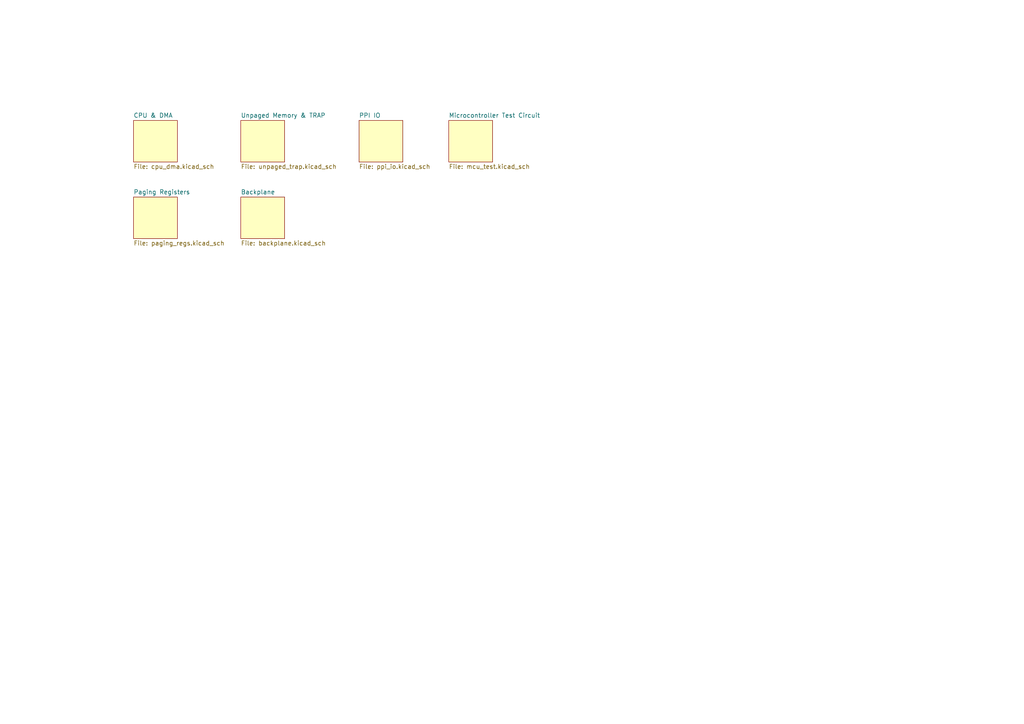
<source format=kicad_sch>
(kicad_sch
	(version 20231120)
	(generator "eeschema")
	(generator_version "8.0")
	(uuid "ea74177a-03b4-4df4-95ae-ae5d61045733")
	(paper "A4")
	(lib_symbols)
	(sheet
		(at 104.14 34.925)
		(size 12.7 12.065)
		(fields_autoplaced yes)
		(stroke
			(width 0.1524)
			(type solid)
		)
		(fill
			(color 255 255 194 1.0000)
		)
		(uuid "03da03d0-5450-4b8f-971c-a6019ed12330")
		(property "Sheetname" "PPI IO"
			(at 104.14 34.2134 0)
			(effects
				(font
					(size 1.27 1.27)
				)
				(justify left bottom)
			)
		)
		(property "Sheetfile" "ppi_io.kicad_sch"
			(at 104.14 47.5746 0)
			(effects
				(font
					(size 1.27 1.27)
				)
				(justify left top)
			)
		)
		(instances
			(project "Bits Passats - Mini 23"
				(path "/ea74177a-03b4-4df4-95ae-ae5d61045733"
					(page "4")
				)
			)
		)
	)
	(sheet
		(at 38.735 34.925)
		(size 12.7 12.065)
		(fields_autoplaced yes)
		(stroke
			(width 0.1524)
			(type solid)
		)
		(fill
			(color 255 255 194 1.0000)
		)
		(uuid "3c46ed81-78ba-4107-ba38-24c6b993ea17")
		(property "Sheetname" "CPU & DMA"
			(at 38.735 34.2134 0)
			(effects
				(font
					(size 1.27 1.27)
				)
				(justify left bottom)
			)
		)
		(property "Sheetfile" "cpu_dma.kicad_sch"
			(at 38.735 47.5746 0)
			(effects
				(font
					(size 1.27 1.27)
				)
				(justify left top)
			)
		)
		(instances
			(project "Bits Passats - Mini 23"
				(path "/ea74177a-03b4-4df4-95ae-ae5d61045733"
					(page "2")
				)
			)
		)
	)
	(sheet
		(at 38.735 57.15)
		(size 12.7 12.065)
		(fields_autoplaced yes)
		(stroke
			(width 0.1524)
			(type solid)
		)
		(fill
			(color 255 255 194 1.0000)
		)
		(uuid "8347a79a-d8b8-4ead-9472-f86ee1d0c78c")
		(property "Sheetname" "Paging Registers"
			(at 38.735 56.4384 0)
			(effects
				(font
					(size 1.27 1.27)
				)
				(justify left bottom)
			)
		)
		(property "Sheetfile" "paging_regs.kicad_sch"
			(at 38.735 69.7996 0)
			(effects
				(font
					(size 1.27 1.27)
				)
				(justify left top)
			)
		)
		(instances
			(project "Bits Passats - Mini 23"
				(path "/ea74177a-03b4-4df4-95ae-ae5d61045733"
					(page "6")
				)
			)
		)
	)
	(sheet
		(at 69.85 34.925)
		(size 12.7 12.065)
		(fields_autoplaced yes)
		(stroke
			(width 0.1524)
			(type solid)
		)
		(fill
			(color 255 255 194 1.0000)
		)
		(uuid "a7a000aa-51ea-4337-be96-a3adad7ec306")
		(property "Sheetname" "Unpaged Memory & TRAP"
			(at 69.85 34.2134 0)
			(effects
				(font
					(size 1.27 1.27)
				)
				(justify left bottom)
			)
		)
		(property "Sheetfile" "unpaged_trap.kicad_sch"
			(at 69.85 47.5746 0)
			(effects
				(font
					(size 1.27 1.27)
				)
				(justify left top)
			)
		)
		(instances
			(project "Bits Passats - Mini 23"
				(path "/ea74177a-03b4-4df4-95ae-ae5d61045733"
					(page "3")
				)
			)
		)
	)
	(sheet
		(at 130.175 34.925)
		(size 12.7 12.065)
		(fields_autoplaced yes)
		(stroke
			(width 0.1524)
			(type solid)
		)
		(fill
			(color 255 255 194 1.0000)
		)
		(uuid "b617f14b-e3ab-4c1e-ae02-68ac6a8c7e81")
		(property "Sheetname" "Microcontroller Test Circuit"
			(at 130.175 34.2134 0)
			(effects
				(font
					(size 1.27 1.27)
				)
				(justify left bottom)
			)
		)
		(property "Sheetfile" "mcu_test.kicad_sch"
			(at 130.175 47.5746 0)
			(effects
				(font
					(size 1.27 1.27)
				)
				(justify left top)
			)
		)
		(instances
			(project "Bits Passats - Mini 23"
				(path "/ea74177a-03b4-4df4-95ae-ae5d61045733"
					(page "5")
				)
			)
		)
	)
	(sheet
		(at 69.85 57.15)
		(size 12.7 12.065)
		(fields_autoplaced yes)
		(stroke
			(width 0.1524)
			(type solid)
		)
		(fill
			(color 255 255 194 1.0000)
		)
		(uuid "ffd97d39-ccbd-4e31-a4b0-76e8dfeea944")
		(property "Sheetname" "Backplane"
			(at 69.85 56.4384 0)
			(effects
				(font
					(size 1.27 1.27)
				)
				(justify left bottom)
			)
		)
		(property "Sheetfile" "backplane.kicad_sch"
			(at 69.85 69.7996 0)
			(effects
				(font
					(size 1.27 1.27)
				)
				(justify left top)
			)
		)
		(instances
			(project "Bits Passats - Mini 23"
				(path "/ea74177a-03b4-4df4-95ae-ae5d61045733"
					(page "7")
				)
			)
		)
	)
	(sheet_instances
		(path "/"
			(page "1")
		)
	)
)

</source>
